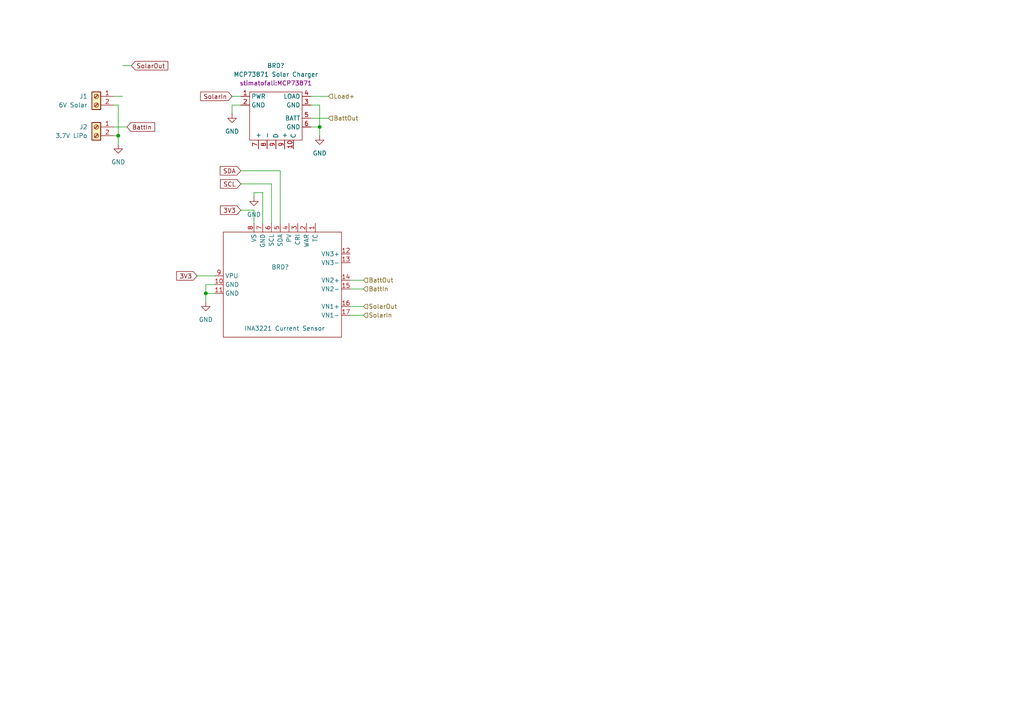
<source format=kicad_sch>
(kicad_sch (version 20250114) (generator "eeschema") (generator_version "9.0")
  (paper "A4")
  (lib_symbols
    (symbol "Connector:Screw_Terminal_01x02" (pin_names (offset 1.016) (hide yes))
      (property "Reference" "J" (at 0 2.54 0))
      (property "Value" "Screw_Terminal_01x02" (at 0 -5.08 0))
      (symbol "Screw_Terminal_01x02_1_1"
        (rectangle (start -1.27 1.27) (end 1.27 -3.81) (stroke (width 0.254)) (fill (type background)))
        (polyline (pts (xy -0.5334 0.3302) (xy 0.3302 -0.508)) (stroke (width 0.1524)))
        (polyline (pts (xy -0.5334 -2.2098) (xy 0.3302 -3.048)) (stroke (width 0.1524)))
        (polyline (pts (xy -0.3556 0.508) (xy 0.508 -0.3302)) (stroke (width 0.1524)))
        (polyline (pts (xy -0.3556 -2.032) (xy 0.508 -2.8702)) (stroke (width 0.1524)))
        (circle (center 0 0) (radius 0.635) (stroke (width 0.1524)))
        (circle (center 0 -2.54) (radius 0.635) (stroke (width 0.1524)))
        (pin passive line (at -5.08 0 0) (length 3.81) (name "Pin_1") (number "1"))
        (pin passive line (at -5.08 -2.54 0) (length 3.81) (name "Pin_2") (number "2"))
      )
    )
    (symbol "power:GND" (power) (pin_numbers (hide yes)) (pin_names (offset 0) (hide yes))
      (property "Value" "GND" (at 0 -3.81 0))
      (symbol "GND_0_1"
        (polyline (pts (xy 0 0) (xy 0 -1.27) (xy 1.27 -1.27) (xy 0 -2.54) (xy -1.27 -1.27) (xy 0 -1.27)))
      )
      (symbol "GND_1_1"
        (pin power_in line (at 0 0 270) (length 0) (name "~") (number "1"))
      )
    )
    (symbol "stimatofali:INA3221"
      (property "Reference" "BRD" (at 0.254 0.254 0))
      (property "Value" "INA3221 Current Sensor" (at 0 3.302 0))
      (symbol "INA3221_1_1"
        (rectangle (start -17.78 15.24) (end 16.51 -15.24))
        (pin output line (at -20.32 2.54 0) (length 2.54) (name "VPU") (number "9"))
        (pin output line (at -20.32 0 0) (length 2.54) (name "GND") (number "10"))
        (pin output line (at -20.32 -2.54 0) (length 2.54) (name "GND") (number "11"))
        (pin output line (at -8.89 17.78 270) (length 2.54) (name "VS") (number "8"))
        (pin output line (at -6.35 17.78 270) (length 2.54) (name "GND") (number "7"))
        (pin output line (at -3.81 17.78 270) (length 2.54) (name "SCL") (number "6"))
        (pin output line (at -1.27 17.78 270) (length 2.54) (name "SDA") (number "5"))
        (pin output line (at 1.27 17.78 270) (length 2.54) (name "PV") (number "4"))
        (pin output line (at 3.81 17.78 270) (length 2.54) (name "CRI") (number "3"))
        (pin output line (at 6.35 17.78 270) (length 2.54) (name "WAR") (number "2"))
        (pin output line (at 8.89 17.78 270) (length 2.54) (name "TC") (number "1"))
        (pin output line (at 19.05 8.89 180) (length 2.54) (name "VN3+") (number "12"))
        (pin output line (at 19.05 6.35 180) (length 2.54) (name "VN3-") (number "13"))
        (pin output line (at 19.05 1.27 180) (length 2.54) (name "VN2+") (number "14"))
        (pin output line (at 19.05 -1.27 180) (length 2.54) (name "VN2-") (number "15"))
        (pin output line (at 19.05 -6.35 180) (length 2.54) (name "VN1+") (number "16"))
        (pin output line (at 19.05 -8.89 180) (length 2.54) (name "VN1-") (number "17"))
      )
    )
    (symbol "stimatofali:MCP73871Board"
      (property "Reference" "BRD" (at 0 0 0))
      (property "Value" "MCP73871 Solar Charger" (at 0.508 7.874 0))
      (property "Footprint" "stimatofali:MCP73871" (at 0 0 0))
      (symbol "MCP73871Board_0_1"
        (rectangle (start -7.62 5.08) (end 7.62 -8.89))
      )
      (symbol "MCP73871Board_1_1"
        (pin power_in line (at -10.16 3.81 0) (length 2.54) (name "PWR") (number "1"))
        (pin power_in line (at -10.16 1.27 0) (length 2.54) (name "GND") (number "2"))
        (pin input line (at -5.08 -11.43 90) (length 2.54) (name "+") (number "7"))
        (pin input line (at -2.54 -11.43 90) (length 2.54) (name "-") (number "8"))
        (pin input line (at 0 -11.43 90) (length 2.54) (name "D") (number "9"))
        (pin input line (at 2.54 -11.43 90) (length 2.54) (name "+") (number "9"))
        (pin input line (at 5.08 -11.43 90) (length 2.54) (name "C") (number "10"))
        (pin power_in line (at 10.16 3.81 180) (length 2.54) (name "LOAD") (number "4"))
        (pin power_in line (at 10.16 1.27 180) (length 2.54) (name "GND") (number "3"))
        (pin power_in line (at 10.16 -2.54 180) (length 2.54) (name "BATT") (number "5"))
        (pin power_in line (at 10.16 -5.08 180) (length 2.54) (name "GND") (number "6"))
      )
    )
  )
  (junction (at 92.71 36.83))
  (junction (at 34.29 39.37))
  (junction (at 59.69 85.09))
  (wire (pts (xy 101.6 83.82) (xy 105.41 83.82)))
  (wire (pts (xy 34.29 39.37) (xy 34.29 41.91)))
  (wire (pts (xy 34.29 39.37) (xy 34.29 30.48)))
  (wire (pts (xy 90.17 36.83) (xy 92.71 36.83)))
  (wire (pts (xy 69.85 60.96) (xy 73.66 60.96)))
  (wire (pts (xy 76.2 55.88) (xy 76.2 64.77)))
  (wire (pts (xy 67.31 33.02) (xy 67.31 30.48)))
  (wire (pts (xy 69.85 53.34) (xy 78.74 53.34)))
  (wire (pts (xy 33.02 36.83) (xy 36.83 36.83)))
  (wire (pts (xy 73.66 55.88) (xy 76.2 55.88)))
  (wire (pts (xy 92.71 36.83) (xy 92.71 39.37)))
  (wire (pts (xy 59.69 82.55) (xy 62.23 82.55)))
  (wire (pts (xy 69.85 49.53) (xy 81.28 49.53)))
  (wire (pts (xy 67.31 27.94) (xy 69.85 27.94)))
  (wire (pts (xy 101.6 91.44) (xy 105.41 91.44)))
  (wire (pts (xy 33.02 39.37) (xy 34.29 39.37)))
  (wire (pts (xy 59.69 85.09) (xy 62.23 85.09)))
  (wire (pts (xy 35.56 27.94) (xy 33.02 27.94)))
  (wire (pts (xy 101.6 81.28) (xy 105.41 81.28)))
  (wire (pts (xy 90.17 30.48) (xy 92.71 30.48)))
  (wire (pts (xy 78.74 53.34) (xy 78.74 64.77)))
  (wire (pts (xy 59.69 87.63) (xy 59.69 85.09)))
  (wire (pts (xy 73.66 57.15) (xy 73.66 55.88)))
  (wire (pts (xy 59.69 85.09) (xy 59.69 82.55)))
  (wire (pts (xy 90.17 34.29) (xy 95.25 34.29)))
  (wire (pts (xy 67.31 30.48) (xy 69.85 30.48)))
  (wire (pts (xy 73.66 60.96) (xy 73.66 64.77)))
  (wire (pts (xy 81.28 49.53) (xy 81.28 64.77)))
  (wire (pts (xy 101.6 88.9) (xy 105.41 88.9)))
  (wire (pts (xy 57.15 80.01) (xy 62.23 80.01)))
  (wire (pts (xy 90.17 27.94) (xy 95.25 27.94)))
  (wire (pts (xy 35.56 19.05) (xy 38.1 19.05)))
  (wire (pts (xy 34.29 30.48) (xy 33.02 30.48)))
  (wire (pts (xy 92.71 30.48) (xy 92.71 36.83)))
  (global_label "SCL" (shape input) (at 69.85 53.34 180) (property "Intersheetrefs" "${INTERSHEET_REFS}" (effects (hide yes))))
  (global_label "SolarOut" (shape input) (at 38.1 19.05 0) (property "Intersheetrefs" "${INTERSHEET_REFS}" (effects (hide yes))))
  (global_label "SolarIn" (shape input) (at 67.31 27.94 180) (property "Intersheetrefs" "${INTERSHEET_REFS}" (effects (hide yes))))
  (global_label "3V3" (shape input) (at 69.85 60.96 180) (property "Intersheetrefs" "${INTERSHEET_REFS}" (effects (hide yes))))
  (global_label "SDA" (shape input) (at 69.85 49.53 180) (property "Intersheetrefs" "${INTERSHEET_REFS}" (effects (hide yes))))
  (global_label "BattIn" (shape input) (at 36.83 36.83 0) (property "Intersheetrefs" "${INTERSHEET_REFS}" (effects (hide yes))))
  (global_label "3V3" (shape input) (at 57.15 80.01 180) (property "Intersheetrefs" "${INTERSHEET_REFS}" (effects (hide yes))))
  (hierarchical_label "BattIn" (shape input) (at 105.41 83.82 0))
  (hierarchical_label "BattOut" (shape input) (at 105.41 81.28 0))
  (hierarchical_label "SolarOut" (shape input) (at 105.41 88.9 0))
  (hierarchical_label "Load+" (shape input) (at 95.25 27.94 0))
  (hierarchical_label "BattOut" (shape input) (at 95.25 34.29 0))
  (hierarchical_label "SolarIn" (shape input) (at 105.41 91.44 0))
  (symbol (lib_id "power:GND") (at 59.69 87.63 0) (unit 1)
    (property "Reference" "#PWR014" (effects (hide yes)))
    (property "Value" "GND" (at 59.69 92.71 0))
    (property "Description" "Power symbol creates a global label with name \"GND\" , ground" (effects (hide yes)))
  )
  (symbol (lib_id "Connector:Screw_Terminal_01x02") (at 27.94 27.94 0) (mirror y) (unit 1)
    (property "Reference" "J1" (at 25.4 27.9399 0) (effects (justify left)))
    (property "Value" "6V Solar" (at 25.4 30.4799 0) (effects (justify left)))
    (property "Footprint" "TerminalBlock_RND:TerminalBlock_RND_205-00045_1x02_P5.00mm_Horizontal" (effects (hide yes)))
    (property "Description" "Generic screw terminal, single row, 01x02, script generated (kicad-library-utils/schlib/autogen/connector/)" (effects (hide yes)))
  )
  (symbol (lib_id "power:GND") (at 73.66 57.15 0) (unit 1)
    (property "Reference" "#PWR015" (effects (hide yes)))
    (property "Value" "GND" (at 73.66 62.23 0))
    (property "Description" "Power symbol creates a global label with name \"GND\" , ground" (effects (hide yes)))
  )
  (symbol (lib_id "power:GND") (at 67.31 33.02 0) (unit 1)
    (property "Reference" "#PWR012" (effects (hide yes)))
    (property "Value" "GND" (at 67.31 38.1 0))
    (property "Description" "Power symbol creates a global label with name \"GND\" , ground" (effects (hide yes)))
  )
  (symbol (lib_id "power:GND") (at 34.29 41.91 0) (mirror y) (unit 1)
    (property "Reference" "#PWR01" (effects (hide yes)))
    (property "Value" "GND" (at 34.29 46.99 0))
    (property "Description" "Power symbol creates a global label with name \"GND\" , ground" (effects (hide yes)))
  )
  (symbol (lib_id "Connector:Screw_Terminal_01x02") (at 27.94 36.83 0) (mirror y) (unit 1)
    (property "Reference" "J2" (at 25.4 36.8299 0) (effects (justify left)))
    (property "Value" "3.7V LiPo" (at 25.4 39.3699 0) (effects (justify left)))
    (property "Footprint" "TerminalBlock_RND:TerminalBlock_RND_205-00045_1x02_P5.00mm_Horizontal" (effects (hide yes)))
    (property "Description" "Generic screw terminal, single row, 01x02, script generated (kicad-library-utils/schlib/autogen/connector/)" (effects (hide yes)))
  )
  (symbol (lib_id "stimatofali:INA3221") (at 82.55 82.55 0) (unit 1)
    (property "Reference" "BRD?" (at 81.28 77.47 0))
    (property "Value" "INA3221 Current Sensor" (at 82.55 95.25 0))
    (property "Footprint" "stimatofali:INA3221 Current Sensor" (effects (hide yes)))
  )
  (symbol (lib_id "power:GND") (at 92.71 39.37 0) (unit 1)
    (property "Reference" "#PWR013" (effects (hide yes)))
    (property "Value" "GND" (at 92.71 44.45 0))
    (property "Description" "Power symbol creates a global label with name \"GND\" , ground" (effects (hide yes)))
  )
  (symbol (lib_id "stimatofali:MCP73871Board") (at 80.01 31.75 0) (unit 1)
    (property "Reference" "BRD?" (at 80.01 19.05 0))
    (property "Value" "MCP73871 Solar Charger" (at 80.01 21.59 0))
    (property "Footprint" "stimatofali:MCP73871" (at 80.01 24.13 0))
  )
)
</source>
